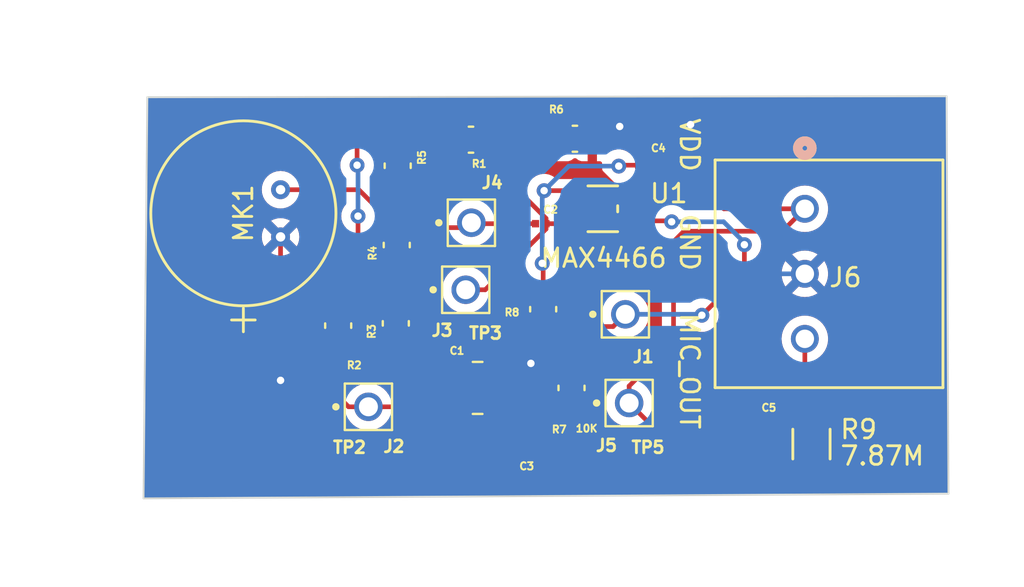
<source format=kicad_pcb>
(kicad_pcb (version 20221018) (generator pcbnew)
  (layers (0 "F.Cu" signal) (31 "B.Cu" signal) (34 "B.Paste" user) (35 "F.Paste" user) (36 "B.SilkS" user "B.Silkscreen") (37 "F.SilkS" user "F.Silkscreen") (38 "B.Mask" user) (39 "F.Mask" user) (44 "Edge.Cuts" user))
  (net 0 "")
  (net 1 "/TP4")
  (net 2 "/TP3")
  (net 3 "/TP1")
  (net 4 "/TP5")
  (net 5 "Mic Out")
  (net 6 "GND")
  (net 7 "/TP2")
  (net 8 "VDD")
  (net 9 "Net-(R1-Pad2)")
  (net 10 "Net-(R3-Pad2)")
  (net 11 "Net-(C3-Pad1)")
  (footprint "Library:RES_R1206_ROM-M" (layer "F.Cu") (at 181.0004 84.709 90)
    (fp_text reference "R9" (at 0.7874 2.54 unlocked) (layer "F.SilkS"))
    (fp_text value "7.87M" (at -0.635 3.81 unlocked) (layer "F.SilkS"))
    (fp_line (start -0.800751 1.002) (end 0.800751 1.002) (stroke (width 0.1524)) (layer "F.SilkS"))
    (fp_line (start 0.800751 -1.002) (end -0.800751 -1.002) (stroke (width 0.1524)) (layer "F.SilkS"))
    (pad "1" smd rect (at -1.5494 0 90) (size 0.8636 1.8008) (layers "F.Cu" "F.Paste" "F.Mask") (net 4 "/TP5"))
    (pad "2" smd rect (at 1.5494 0 90) (size 0.8636 1.8008) (layers "F.Cu" "F.Paste" "F.Mask") (net 5 "Mic Out"))
    (zone (net 0) (net_name "") (layer "F.Cu") (connect_pads (clearance 0)) (min_thickness 0.254)
      (keepout (tracks not_allowed) (vias not_allowed) (pads allowed) (copperpour not_allowed) (footprints allowed))
      (fill (thermal_gap 0.508) (thermal_bridge_width 0.508))
      (polygon (pts (xy 180.1762 85.7758) (xy 180.1762 83.6422) (xy 181.8246 83.6422) (xy 181.8246 85.7758)))
    )
  )
  (footprint "Library:RESC2012X60N" (layer "F.Cu") (at 168.2798 68.2752)
    (fp_text reference "R6" (at -0.9954 -1.5748) (layer "F.SilkS") (effects (font (size 0.393701 0.393701) (thickness 0.098425))))
    (fp_text value "1.8M")
    (fp_line (start -0.12 -0.7) (end 0.12 -0.7) (stroke (width 0.127)) (layer "F.SilkS"))
    (fp_line (start -0.12 0.7) (end 0.12 0.7) (stroke (width 0.127)) (layer "F.SilkS"))
    (pad "1" smd rect (at -0.935 0) (size 1 1.42) (layers "F.Cu" "F.Paste" "F.Mask") (net 2 "/TP3"))
    (pad "2" smd rect (at 0.935 0) (size 1 1.42) (layers "F.Cu" "F.Paste" "F.Mask") (net 6 "GND"))
  )
  (footprint "Library:RESC2012X60N" (layer "F.Cu") (at 162.6918 68.326 180)
    (fp_text reference "R1" (at -0.44 -1.3) (layer "F.SilkS") (effects (font (size 0.393701 0.393701))))
    (fp_text value "1k")
    (fp_line (start -0.12 -0.7) (end 0.12 -0.7) (stroke (width 0.127)) (layer "F.SilkS"))
    (fp_line (start -0.12 0.7) (end 0.12 0.7) (stroke (width 0.127)) (layer "F.SilkS"))
    (pad "1" smd rect (at -0.935 0 180) (size 1 1.42) (layers "F.Cu" "F.Paste" "F.Mask") (net 8 "VDD"))
    (pad "2" smd rect (at 0.935 0 180) (size 1 1.42) (layers "F.Cu" "F.Paste" "F.Mask") (net 9 "Net-(R1-Pad2)"))
  )
  (footprint "Library:CONN_1984976_PXC" (layer "F.Cu") (at 180.6448 72.044799 -90)
    (fp_text reference "J6" (at 3.698001 -2.1844 unlocked) (layer "F.SilkS"))
    (fp_text value "VDD   GND   MIC_OUT" (at 3.494801 6.1976 -90 unlocked) (layer "F.SilkS"))
    (fp_circle (center -3.261999 0) (end -2.880999 0) (stroke (width 0.508)) (fill none) (layer "B.SilkS"))
    (fp_line (start -2.626997 -7.427001) (end -2.626997 4.826998) (stroke (width 0.1524)) (layer "F.SilkS"))
    (fp_line (start -2.626997 4.826998) (end 9.626999 4.826998) (stroke (width 0.1524)) (layer "F.SilkS"))
    (fp_line (start 9.626999 -7.427001) (end -2.626997 -7.427001) (stroke (width 0.1524)) (layer "F.SilkS"))
    (fp_line (start 9.626999 4.826998) (end 9.626999 -7.427001) (stroke (width 0.1524)) (layer "F.SilkS"))
    (fp_circle (center -3.261999 0) (end -2.880999 0) (stroke (width 0.508)) (fill none) (layer "F.SilkS"))
    (pad "1" thru_hole circle (at 0 0 270) (size 1.4986 1.4986) (drill 0.9906) (layers "*.Cu" "*.Mask") (net 8 "VDD"))
    (pad "2" thru_hole circle (at 3.500001 0 270) (size 1.4986 1.4986) (drill 0.9906) (layers "*.Cu" "*.Mask") (net 6 "GND"))
    (pad "3" thru_hole circle (at 7.000001 0 270) (size 1.4986 1.4986) (drill 0.9906) (layers "*.Cu" "*.Mask") (net 5 "Mic Out"))
  )
  (footprint "Library:RESC2012X60N" (layer "F.Cu") (at 155.5496 78.3336 -90)
    (fp_text reference "R2" (at 2.1336 -0.8636 -180) (layer "F.SilkS") (effects (font (size 0.393701 0.393701) (thickness 0.098425))))
    (fp_text value "100")
    (fp_line (start -0.12 -0.7) (end 0.12 -0.7) (stroke (width 0.127)) (layer "F.SilkS"))
    (fp_line (start -0.12 0.7) (end 0.12 0.7) (stroke (width 0.127)) (layer "F.SilkS"))
    (pad "1" smd rect (at -0.935 0 270) (size 1 1.42) (layers "F.Cu" "F.Paste" "F.Mask") (net 9 "Net-(R1-Pad2)"))
    (pad "2" smd rect (at 0.935 0 270) (size 1 1.42) (layers "F.Cu" "F.Paste" "F.Mask") (net 7 "/TP2"))
  )
  (footprint "Library:RESC2012X60N" (layer "F.Cu") (at 158.6992 73.995 90)
    (fp_text reference "R4" (at -0.44 -1.3 90) (layer "F.SilkS") (effects (font (size 0.393701 0.393701))))
    (fp_text value "100")
    (fp_line (start -0.12 -0.7) (end 0.12 -0.7) (stroke (width 0.127)) (layer "F.SilkS"))
    (fp_line (start -0.12 0.7) (end 0.12 0.7) (stroke (width 0.127)) (layer "F.SilkS"))
    (pad "1" smd rect (at -0.935 0 90) (size 1 1.42) (layers "F.Cu" "F.Paste" "F.Mask") (net 10 "Net-(R3-Pad2)"))
    (pad "2" smd rect (at 0.935 0 90) (size 1 1.42) (layers "F.Cu" "F.Paste" "F.Mask") (net 1 "/TP4"))
  )
  (footprint "Library:ADAM-TECH_PH1-01-UA" (layer "F.Cu") (at 171.196 82.4992)
    (fp_text reference "J5" (at -1.2192 2.286) (layer "F.SilkS") (effects (font (size 0.64 0.64))))
    (fp_text value "TP5" (at 1.016 2.3876) (layer "F.SilkS") (effects (font (size 0.64 0.64))))
    (fp_line (start -1.27 -1.25) (end -1.27 1.25) (stroke (width 0.127)) (layer "F.SilkS"))
    (fp_line (start -1.27 1.25) (end 1.27 1.25) (stroke (width 0.127)) (layer "F.SilkS"))
    (fp_line (start 1.27 -1.25) (end -1.27 -1.25) (stroke (width 0.127)) (layer "F.SilkS"))
    (fp_line (start 1.27 1.25) (end 1.27 -1.25) (stroke (width 0.127)) (layer "F.SilkS"))
    (fp_circle (center -1.75 0) (end -1.65 0) (stroke (width 0.2)) (fill none) (layer "F.SilkS"))
    (pad "1" thru_hole circle (at 0 0) (size 1.53 1.53) (drill 1.02) (layers "*.Cu" "*.Mask") (net 4 "/TP5"))
  )
  (footprint "Library:ADAM-TECH_PH1-01-UA" (layer "F.Cu") (at 162.4076 76.4032)
    (fp_text reference "J3" (at -1.27 2.1844) (layer "F.SilkS") (effects (font (size 0.64 0.64))))
    (fp_text value "TP3" (at 1.0668 2.3368) (layer "F.SilkS") (effects (font (size 0.64 0.64))))
    (fp_line (start -1.27 -1.25) (end -1.27 1.25) (stroke (width 0.127)) (layer "F.SilkS"))
    (fp_line (start -1.27 1.25) (end 1.27 1.25) (stroke (width 0.127)) (layer "F.SilkS"))
    (fp_line (start 1.27 -1.25) (end -1.27 -1.25) (stroke (width 0.127)) (layer "F.SilkS"))
    (fp_line (start 1.27 1.25) (end 1.27 -1.25) (stroke (width 0.127)) (layer "F.SilkS"))
    (fp_circle (center -1.75 0) (end -1.65 0) (stroke (width 0.2)) (fill none) (layer "F.SilkS"))
    (pad "1" thru_hole circle (at 0 0) (size 1.53 1.53) (drill 1.02) (layers "*.Cu" "*.Mask") (net 2 "/TP3"))
  )
  (footprint "Library:RESC2012X60N" (layer "F.Cu") (at 166.5732 77.4494 90)
    (fp_text reference "R8" (at -0.173 -1.6764 180) (layer "F.SilkS") (effects (font (size 0.393701 0.393701))))
    (fp_text value "499k")
    (fp_line (start -0.12 -0.7) (end 0.12 -0.7) (stroke (width 0.127)) (layer "F.SilkS"))
    (fp_line (start -0.12 0.7) (end 0.12 0.7) (stroke (width 0.127)) (layer "F.SilkS"))
    (pad "1" smd rect (at -0.935 0 90) (size 1 1.42) (layers "F.Cu" "F.Paste" "F.Mask") (net 3 "/TP1"))
    (pad "2" smd rect (at 0.935 0 90) (size 1 1.42) (layers "F.Cu" "F.Paste" "F.Mask") (net 4 "/TP5"))
  )
  (footprint "Library:ADAM-TECH_PH1-01-UA" (layer "F.Cu") (at 157.1752 82.7024)
    (fp_text reference "J2" (at 1.3716 2.1336) (layer "F.SilkS") (effects (font (size 0.64 0.64))))
    (fp_text value "TP2" (at -1.016 2.1844) (layer "F.SilkS") (effects (font (size 0.64 0.64))))
    (fp_line (start -1.27 -1.25) (end -1.27 1.25) (stroke (width 0.127)) (layer "F.SilkS"))
    (fp_line (start -1.27 1.25) (end 1.27 1.25) (stroke (width 0.127)) (layer "F.SilkS"))
    (fp_line (start 1.27 -1.25) (end -1.27 -1.25) (stroke (width 0.127)) (layer "F.SilkS"))
    (fp_line (start 1.27 1.25) (end 1.27 -1.25) (stroke (width 0.127)) (layer "F.SilkS"))
    (fp_circle (center -1.75 0) (end -1.65 0) (stroke (width 0.2)) (fill none) (layer "F.SilkS"))
    (pad "1" thru_hole circle (at 0 0) (size 1.53 1.53) (drill 1.02) (layers "*.Cu" "*.Mask") (net 7 "/TP2"))
  )
  (footprint "Library:RESC2012X60N" (layer "F.Cu") (at 158.6484 78.2114 90)
    (fp_text reference "R3" (at -0.44 -1.3 90) (layer "F.SilkS") (effects (font (size 0.393701 0.393701))))
    (fp_text value "1k")
    (fp_line (start -0.12 -0.7) (end 0.12 -0.7) (stroke (width 0.127)) (layer "F.SilkS"))
    (fp_line (start -0.12 0.7) (end 0.12 0.7) (stroke (width 0.127)) (layer "F.SilkS"))
    (pad "1" smd rect (at -0.935 0 90) (size 1 1.42) (layers "F.Cu" "F.Paste" "F.Mask") (net 7 "/TP2"))
    (pad "2" smd rect (at 0.935 0 90) (size 1 1.42) (layers "F.Cu" "F.Paste" "F.Mask") (net 10 "Net-(R3-Pad2)"))
  )
  (footprint "Library:Mic_Op_Amp" (layer "F.Cu") (at 169.77995 72.044801)
    (fp_text reference "U1" (at 3.54965 -0.823201 unlocked) (layer "F.SilkS"))
    (fp_text value "MAX4466" (at 0.04445 2.652001 unlocked) (layer "F.SilkS"))
    (fp_line (start -0.8001 1.2319) (end 0.8001 1.2319) (stroke (width 0.1524)) (layer "F.SilkS"))
    (fp_line (start 0.8001 -1.2319) (end -0.8001 -1.2319) (stroke (width 0.1524)) (layer "F.SilkS"))
    (fp_line (start 0.8001 0.164859) (end 0.8001 -0.164859) (stroke (width 0.1524)) (layer "F.SilkS"))
    (pad "1" smd rect (at -1.21285 -0.649999) (size 1.0795 0.3048) (layers "F.Cu" "F.Paste" "F.Mask") (net 4 "/TP5"))
    (pad "2" smd rect (at -1.21285 0) (size 1.0795 0.3048) (layers "F.Cu" "F.Paste" "F.Mask") (net 8 "VDD"))
    (pad "3" smd rect (at -1.21285 0.649999) (size 1.0795 0.3048) (layers "F.Cu" "F.Paste" "F.Mask") (net 2 "/TP3"))
    (pad "4" smd rect (at 1.21285 0.649999) (size 1.0795 0.3048) (layers "F.Cu" "F.Paste" "F.Mask") (net 3 "/TP1"))
    (pad "5" smd rect (at 1.21285 -0.649999) (size 1.0795 0.3048) (layers "F.Cu" "F.Paste" "F.Mask") (net 6 "GND"))
  )
  (footprint "Library:CAPC0603X33N" (layer "F.Cu") (at 166.4446 72.8472)
    (fp_text reference "C2" (at 0.53 -0.76) (layer "F.SilkS") (effects (font (size 0.393701 0.393701))))
    (fp_text value "12n")
    (pad "1" smd rect (at -0.281 0) (size 0.38 0.4) (layers "F.Cu" "F.Paste" "F.Mask") (net 1 "/TP4"))
    (pad "2" smd rect (at 0.281 0) (size 0.38 0.4) (layers "F.Cu" "F.Paste" "F.Mask") (net 2 "/TP3"))
  )
  (footprint "Library:CAPC0603X33N" (layer "F.Cu") (at 166.2176 85.1408 180)
    (fp_text reference "C3" (at 0.53 -0.76) (layer "F.SilkS") (effects (font (size 0.393701 0.393701))))
    (fp_text value "1u")
    (pad "1" smd rect (at -0.281 0 180) (size 0.38 0.4) (layers "F.Cu" "F.Paste" "F.Mask") (net 11 "Net-(C3-Pad1)"))
    (pad "2" smd rect (at 0.281 0 180) (size 0.38 0.4) (layers "F.Cu" "F.Paste" "F.Mask") (net 6 "GND"))
  )
  (footprint "Library:CAPC0603X33N" (layer "F.Cu") (at 177.6714 83.7184 180)
    (fp_text reference "C5" (at -1.0398 0.9652) (layer "F.SilkS") (effects (font (size 0.393701 0.393701))))
    (fp_text value "1p")
    (pad "1" smd rect (at -0.281 0 180) (size 0.38 0.4) (layers "F.Cu" "F.Paste" "F.Mask") (net 5 "Mic Out"))
    (pad "2" smd rect (at 0.281 0 180) (size 0.38 0.4) (layers "F.Cu" "F.Paste" "F.Mask") (net 6 "GND"))
  )
  (footprint "Library:ADAM-TECH_PH1-01-UA" (layer "F.Cu") (at 162.7124 72.7964)
    (fp_text reference "J4" (at 1.1176 -2.1564) (layer "F.SilkS") (effects (font (size 0.64 0.64))))
    (fp_text value "TP4")
    (fp_line (start -1.27 -1.25) (end -1.27 1.25) (stroke (width 0.127)) (layer "F.SilkS"))
    (fp_line (start -1.27 1.25) (end 1.27 1.25) (stroke (width 0.127)) (layer "F.SilkS"))
    (fp_line (start 1.27 -1.25) (end -1.27 -1.25) (stroke (width 0.127)) (layer "F.SilkS"))
    (fp_line (start 1.27 1.25) (end 1.27 -1.25) (stroke (width 0.127)) (layer "F.SilkS"))
    (fp_circle (center -1.75 0) (end -1.65 0) (stroke (width 0.2)) (fill none) (layer "F.SilkS"))
    (pad "1" thru_hole circle (at 0 0) (size 1.53 1.53) (drill 1.02) (layers "*.Cu" "*.Mask") (net 1 "/TP4"))
  )
  (footprint "Library:RESC2012X60N" (layer "F.Cu") (at 168.0972 81.6864 -90)
    (fp_text reference "R7" (at 2.2352 0.6604) (layer "F.SilkS") (effects (font (size 0.393701 0.393701) (thickness 0.098425))))
    (fp_text value "10K" (at 2.1844 -0.8128) (layer "F.SilkS") (effects (font (size 0.393701 0.393701) (thickness 0.098425))))
    (fp_line (start -0.12 -0.7) (end 0.12 -0.7) (stroke (width 0.127)) (layer "F.SilkS"))
    (fp_line (start -0.12 0.7) (end 0.12 0.7) (stroke (width 0.127)) (layer "F.SilkS"))
    (pad "1" smd rect (at -0.935 0 270) (size 1 1.42) (layers "F.Cu" "F.Paste" "F.Mask") (net 3 "/TP1"))
    (pad "2" smd rect (at 0.935 0 270) (size 1 1.42) (layers "F.Cu" "F.Paste" "F.Mask") (net 11 "Net-(C3-Pad1)"))
  )
  (footprint "Library:CAPC3225X280N" (layer "F.Cu") (at 163.0478 81.6864)
    (fp_text reference "C1" (at -1.11 -2) (layer "F.SilkS") (effects (font (size 0.393701 0.393701))))
    (fp_text value "330u")
    (fp_line (start -0.26 -1.4) (end 0.26 -1.4) (stroke (width 0.127)) (layer "F.SilkS"))
    (fp_line (start -0.26 1.4) (end 0.26 1.4) (stroke (width 0.127)) (layer "F.SilkS"))
    (pad "1" smd rect (at -1.341 0) (size 1.53 2.81) (layers "F.Cu" "F.Paste" "F.Mask") (net 7 "/TP2"))
    (pad "2" smd rect (at 1.341 0) (size 1.53 2.81) (layers "F.Cu" "F.Paste" "F.Mask") (net 6 "GND"))
  )
  (footprint "Library:CAPC0603X33N" (layer "F.Cu") (at 171.9818 69.6976 180)
    (fp_text reference "C4" (at -0.789 0.9144) (layer "F.SilkS") (effects (font (size 0.393701 0.393701) (thickness 0.098425))))
    (fp_text value "100p")
    (pad "1" smd rect (at -0.281 0 180) (size 0.38 0.4) (layers "F.Cu" "F.Paste" "F.Mask") (net 3 "/TP1"))
    (pad "2" smd rect (at 0.281 0 180) (size 0.38 0.4) (layers "F.Cu" "F.Paste" "F.Mask") (net 4 "/TP5"))
  )
  (footprint "Library:RESC2012X60N" (layer "F.Cu") (at 158.75 69.7278 -90)
    (fp_text reference "R5" (at -0.44 -1.3 90) (layer "F.SilkS") (effects (font (size 0.393701 0.393701))))
    (fp_text value "1M")
    (fp_line (start -0.12 -0.7) (end 0.12 -0.7) (stroke (width 0.127)) (layer "F.SilkS"))
    (fp_line (start -0.12 0.7) (end 0.12 0.7) (stroke (width 0.127)) (layer "F.SilkS"))
    (pad "1" smd rect (at -0.935 0 270) (size 1 1.42) (layers "F.Cu" "F.Paste" "F.Mask") (net 8 "VDD"))
    (pad "2" smd rect (at 0.935 0 270) (size 1 1.42) (layers "F.Cu" "F.Paste" "F.Mask") (net 2 "/TP3"))
  )
  (footprint "Library:ADAM-TECH_PH1-01-UA" (layer "F.Cu") (at 170.9928 77.724)
    (fp_text reference "J1" (at 0.9652 2.286) (layer "F.SilkS") (effects (font (size 0.64 0.64))))
    (fp_text value "TP1")
    (fp_line (start -1.27 -1.25) (end -1.27 1.25) (stroke (width 0.127)) (layer "F.SilkS"))
    (fp_line (start -1.27 1.25) (end 1.27 1.25) (stroke (width 0.127)) (layer "F.SilkS"))
    (fp_line (start 1.27 -1.25) (end -1.27 -1.25) (stroke (width 0.127)) (layer "F.SilkS"))
    (fp_line (start 1.27 1.25) (end 1.27 -1.25) (stroke (width 0.127)) (layer "F.SilkS"))
    (fp_circle (center -1.75 0) (end -1.65 0) (stroke (width 0.2)) (fill none) (layer "F.SilkS"))
    (pad "1" thru_hole circle (at 0 0) (size 1.53 1.53) (drill 1.02) (layers "*.Cu" "*.Mask") (net 3 "/TP1"))
  )
  (footprint "Library:CMA_CUI_9P7X9P7_CUD" (layer "F.Cu") (at 150.4508 73.5584 90)
    (fp_text reference "MK1" (at 1.27 0 90 unlocked) (layer "F.SilkS"))
    (fp_text value "MIC")
    (fp_line (start -5.1054 0) (end -3.8354 0) (stroke (width 0.1524)) (layer "F.SilkS"))
    (fp_line (start -4.4704 -0.635) (end -4.4704 0.635) (stroke (width 0.1524)) (layer "F.SilkS"))
    (fp_circle (center 1.27 0) (end 6.2484 0) (stroke (width 0.1524)) (fill none) (layer "F.SilkS"))
    (pad "1" thru_hole circle (at 0 2 90) (size 1.016 1.016) (drill 0.508) (layers "*.Cu" "*.Mask") (net 6 "GND"))
    (pad "2" thru_hole circle (at 2.54 2 90) (size 1.016 1.016) (drill 0.508) (layers "*.Cu" "*.Mask") (net 1 "/TP4"))
  )
  (gr_line (start 188.3664 87.376) (end 145.0848 87.63) (stroke (width 0.1)) (layer "Edge.Cuts"))
  (gr_line (start 145.288 66.04) (end 188.2648 65.9892) (stroke (width 0.1)) (layer "Edge.Cuts"))
  (gr_line (start 188.2648 65.9892) (end 188.3664 87.376) (stroke (width 0.1)) (layer "Edge.Cuts"))
  (gr_line (start 145.0848 87.63) (end 145.288 66.04) (stroke (width 0.1)) (layer "Edge.Cuts"))
  (segment (start 158.6992 73.06) (end 162.4488 73.06) (width 0.25) (layer "F.Cu") (net 1))
  (segment (start 162.7632 72.8472) (end 162.7124 72.7964) (width 0.25) (layer "F.Cu") (net 1))
  (segment (start 152.4508 71.0184) (end 156.6576 71.0184) (width 0.25) (layer "F.Cu") (net 1))
  (segment (start 162.4488 73.06) (end 162.7124 72.7964) (width 0.25) (layer "F.Cu") (net 1))
  (segment (start 156.6576 71.0184) (end 158.6992 73.06) (width 0.25) (layer "F.Cu") (net 1))
  (segment (start 166.1636 72.8472) (end 162.7632 72.8472) (width 0.25) (layer "F.Cu") (net 1))
  (segment (start 166.6748 68.2752) (end 165.2016 69.7484) (width 0.25) (layer "F.Cu") (net 2))
  (segment (start 166.7256 73.13482) (end 166.7256 72.8472) (width 0.25) (layer "F.Cu") (net 2))
  (segment (start 158.75 70.6628) (end 165.1 70.6628) (width 0.25) (layer "F.Cu") (net 2))
  (segment (start 165.2016 69.7484) (end 165.2016 70.5612) (width 0.25) (layer "F.Cu") (net 2))
  (segment (start 166.7256 72.55958) (end 166.7256 72.8472) (width 0.25) (layer "F.Cu") (net 2))
  (segment (start 167.3448 68.2752) (end 166.6748 68.2752) (width 0.25) (layer "F.Cu") (net 2))
  (segment (start 168.4147 72.8472) (end 168.5671 72.6948) (width 0.25) (layer "F.Cu") (net 2))
  (segment (start 165.1 70.6628) (end 165.2016 70.5612) (width 0.25) (layer "F.Cu") (net 2))
  (segment (start 162.4076 76.4032) (end 163.45722 76.4032) (width 0.25) (layer "F.Cu") (net 2))
  (segment (start 165.2016 70.5612) (end 165.2016 71.03558) (width 0.25) (layer "F.Cu") (net 2))
  (segment (start 163.45722 76.4032) (end 166.7256 73.13482) (width 0.25) (layer "F.Cu") (net 2))
  (segment (start 166.7256 72.8472) (end 168.4147 72.8472) (width 0.25) (layer "F.Cu") (net 2))
  (segment (start 165.2016 71.03558) (end 166.7256 72.55958) (width 0.25) (layer "F.Cu") (net 2))
  (segment (start 172.2628 69.6976) (end 172.2628 71.4248) (width 0.25) (layer "F.Cu") (net 3))
  (segment (start 177.3936 75.4888) (end 175.1076 77.7748) (width 0.25) (layer "F.Cu") (net 3))
  (segment (start 170.9928 72.6948) (end 173.4312 72.6948) (width 0.25) (layer "F.Cu") (net 3))
  (segment (start 173.4312 72.6948) (end 173.482 72.7456) (width 0.25) (layer "F.Cu") (net 3))
  (segment (start 168.0972 78.4352) (end 168.0464 78.3844) (width 0.25) (layer "F.Cu") (net 3))
  (segment (start 172.2628 71.4248) (end 170.9928 72.6948) (width 0.25) (layer "F.Cu") (net 3))
  (segment (start 170.3324 78.3844) (end 170.9928 77.724) (width 0.25) (layer "F.Cu") (net 3))
  (segment (start 168.0464 78.3844) (end 170.3324 78.3844) (width 0.25) (layer "F.Cu") (net 3))
  (segment (start 168.0972 80.7514) (end 168.0972 78.4352) (width 0.25) (layer "F.Cu") (net 3))
  (segment (start 177.3936 73.9781) (end 177.3936 75.4888) (width 0.25) (layer "F.Cu") (net 3))
  (segment (start 166.5732 78.3844) (end 168.0464 78.3844) (width 0.25) (layer "F.Cu") (net 3))
  (via (at 173.482 72.7456) (size 0.8) (drill 0.4) (layers "F.Cu" "B.Cu") (net 3))
  (via (at 177.3936 73.9781) (size 0.8) (drill 0.4) (layers "F.Cu" "B.Cu") (net 3))
  (via (at 175.1076 77.7748) (size 0.8) (drill 0.4) (layers "F.Cu" "B.Cu") (net 3))
  (segment (start 175.1076 77.7748) (end 175.0568 77.724) (width 0.25) (layer "B.Cu") (net 3))
  (segment (start 177.3936 73.8632) (end 177.3936 73.9781) (width 0.25) (layer "B.Cu") (net 3))
  (segment (start 175.0568 77.724) (end 170.9928 77.724) (width 0.25) (layer "B.Cu") (net 3))
  (segment (start 173.482 72.7456) (end 176.276 72.7456) (width 0.25) (layer "B.Cu") (net 3))
  (segment (start 176.276 72.7456) (end 177.3936 73.8632) (width 0.25) (layer "B.Cu") (net 3))
  (segment (start 166.5732 75.0316) (end 166.5224 74.9808) (width 0.25) (layer "F.Cu") (net 4))
  (segment (start 171.196 81.5848) (end 173.5836 79.1972) (width 0.25) (layer "F.Cu") (net 4))
  (segment (start 168.241498 71.0692) (end 168.5671 71.394802) (width 0.25) (layer "F.Cu") (net 4))
  (segment (start 166.5732 76.5144) (end 166.5732 75.0316) (width 0.25) (layer "F.Cu") (net 4))
  (segment (start 173.5836 76.0476) (end 173.2788 75.7428) (width 0.25) (layer "F.Cu") (net 4))
  (segment (start 167.3956 75.692) (end 166.5732 76.5144) (width 0.25) (layer "F.Cu") (net 4))
  (segment (start 166.624 71.0692) (end 168.241498 71.0692) (width 0.25) (layer "F.Cu") (net 4))
  (segment (start 171.196 82.4992) (end 171.196 81.5848) (width 0.25) (layer "F.Cu") (net 4))
  (segment (start 174.9552 86.2584) (end 171.196 82.4992) (width 0.25) (layer "F.Cu") (net 4))
  (segment (start 171.7008 69.6976) (end 170.688 69.6976) (width 0.25) (layer "F.Cu") (net 4))
  (segment (start 173.2788 75.7428) (end 167.894 75.7428) (width 0.25) (layer "F.Cu") (net 4))
  (segment (start 181.0004 86.2584) (end 174.9552 86.2584) (width 0.25) (layer "F.Cu") (net 4))
  (segment (start 173.5836 79.1972) (end 173.5836 76.0476) (width 0.25) (layer "F.Cu") (net 4))
  (segment (start 167.8432 75.692) (end 167.3956 75.692) (width 0.25) (layer "F.Cu") (net 4))
  (segment (start 167.894 75.7428) (end 167.8432 75.692) (width 0.25) (layer "F.Cu") (net 4))
  (segment (start 170.688 69.6976) (end 170.6372 69.7484) (width 0.25) (layer "F.Cu") (net 4))
  (via (at 170.6372 69.7484) (size 0.8) (drill 0.4) (layers "F.Cu" "B.Cu") (net 4))
  (via (at 166.5224 74.9808) (size 0.8) (drill 0.4) (layers "F.Cu" "B.Cu") (net 4))
  (via (at 166.624 71.0692) (size 0.8) (drill 0.4) (layers "F.Cu" "B.Cu") (net 4))
  (segment (start 170.6372 69.7484) (end 167.9448 69.7484) (width 0.25) (layer "B.Cu") (net 4))
  (segment (start 166.5224 74.9808) (end 166.5224 71.1708) (width 0.25) (layer "B.Cu") (net 4))
  (segment (start 167.9448 69.7484) (end 166.624 71.0692) (width 0.25) (layer "B.Cu") (net 4))
  (segment (start 166.5224 71.1708) (end 166.624 71.0692) (width 0.25) (layer "B.Cu") (net 4))
  (segment (start 180.482022 83.1596) (end 179.923222 83.7184) (width 0.25) (layer "F.Cu") (net 5))
  (segment (start 180.6448 82.804) (end 181.0004 83.1596) (width 0.25) (layer "F.Cu") (net 5))
  (segment (start 179.923222 83.7184) (end 177.9524 83.7184) (width 0.25) (layer "F.Cu") (net 5))
  (segment (start 181.0004 83.1596) (end 180.482022 83.1596) (width 0.25) (layer "F.Cu") (net 5))
  (segment (start 180.6448 79.0448) (end 180.6448 82.804) (width 0.25) (layer "F.Cu") (net 5))
  (segment (start 177.3904 83.7184) (end 177.3904 78.7992) (width 0.25) (layer "F.Cu") (net 6))
  (segment (start 164.3888 81.6864) (end 165.7096 80.3656) (width 0.25) (layer "F.Cu") (net 6))
  (segment (start 169.2148 69.616802) (end 169.2148 68.2752) (width 0.25) (layer "F.Cu") (net 6))
  (segment (start 182.1688 67.6656) (end 182.0164 67.5132) (width 0.25) (layer "F.Cu") (net 6))
  (segment (start 182.1688 74.0208) (end 182.1688 67.6656) (width 0.25) (layer "F.Cu") (net 6))
  (segment (start 163.8808 84.328) (end 164.3888 83.82) (width 0.25) (layer "F.Cu") (net 6))
  (segment (start 152.4508 73.5584) (end 152.4508 81.28) (width 0.25) (layer "F.Cu") (net 6))
  (segment (start 165.7096 80.3656) (end 165.9128 80.3656) (width 0.25) (layer "F.Cu") (net 6))
  (segment (start 182.0164 67.5132) (end 174.498 67.5132) (width 0.25) (layer "F.Cu") (net 6))
  (segment (start 180.6448 75.5448) (end 182.1688 74.0208) (width 0.25) (layer "F.Cu") (net 6))
  (segment (start 170.688 67.6148) (end 169.8752 67.6148) (width 0.25) (layer "F.Cu") (net 6))
  (segment (start 170.9928 71.394802) (end 169.2148 69.616802) (width 0.25) (layer "F.Cu") (net 6))
  (segment (start 169.8752 67.6148) (end 169.2148 68.2752) (width 0.25) (layer "F.Cu") (net 6))
  (segment (start 164.3888 83.82) (end 164.3888 81.6864) (width 0.25) (layer "F.Cu") (net 6))
  (segment (start 164.6936 85.1408) (end 163.8808 84.328) (width 0.25) (layer "F.Cu") (net 6))
  (segment (start 177.3904 78.7992) (end 180.6448 75.5448) (width 0.25) (layer "F.Cu") (net 6))
  (segment (start 165.9366 85.1408) (end 164.6936 85.1408) (width 0.25) (layer "F.Cu") (net 6))
  (via (at 174.498 67.5132) (size 0.8) (drill 0.4) (layers "F.Cu" "B.Cu") (net 6))
  (via (at 165.9128 80.3656) (size 0.8) (drill 0.4) (layers "F.Cu" "B.Cu") (net 6))
  (via (at 152.4508 81.28) (size 0.8) (drill 0.4) (layers "F.Cu" "B.Cu") (net 6))
  (via (at 170.688 67.6148) (size 0.8) (drill 0.4) (layers "F.Cu" "B.Cu") (net 6))
  (segment (start 169.2708 75.5448) (end 180.6448 75.5448) (width 0.25) (layer "B.Cu") (net 6))
  (segment (start 168.9608 77.3176) (end 168.9608 75.2348) (width 0.25) (layer "B.Cu") (net 6))
  (segment (start 174.498 67.5132) (end 170.7896 67.5132) (width 0.25) (layer "B.Cu") (net 6))
  (segment (start 168.9608 75.2348) (end 169.2708 75.5448) (width 0.25) (layer "B.Cu") (net 6))
  (segment (start 152.4508 81.28) (end 164.9984 81.28) (width 0.25) (layer "B.Cu") (net 6))
  (segment (start 170.7896 67.5132) (end 170.688 67.6148) (width 0.25) (layer "B.Cu") (net 6))
  (segment (start 165.9128 80.3656) (end 168.9608 77.3176) (width 0.25) (layer "B.Cu") (net 6))
  (segment (start 164.9984 81.28) (end 165.9128 80.3656) (width 0.25) (layer "B.Cu") (net 6))
  (segment (start 158.6484 79.1464) (end 155.6718 79.1464) (width 0.25) (layer "F.Cu") (net 7))
  (segment (start 155.5496 82.1436) (end 156.1084 82.7024) (width 0.25) (layer "F.Cu") (net 7))
  (segment (start 155.5496 79.2686) (end 155.5496 82.1436) (width 0.25) (layer "F.Cu") (net 7))
  (segment (start 161.7068 81.6864) (end 160.6908 82.7024) (width 0.25) (layer "F.Cu") (net 7))
  (segment (start 156.1084 82.7024) (end 157.1752 82.7024) (width 0.25) (layer "F.Cu") (net 7))
  (segment (start 160.6908 82.7024) (end 157.1752 82.7024) (width 0.25) (layer "F.Cu") (net 7))
  (segment (start 155.6718 79.1464) (end 155.5496 79.2686) (width 0.25) (layer "F.Cu") (net 7))
  (segment (start 169.10685 72.044801) (end 168.5671 72.044801) (width 0.25) (layer "F.Cu") (net 8))
  (segment (start 179.435999 73.2536) (end 174.1424 73.2536) (width 0.25) (layer "F.Cu") (net 8))
  (segment (start 180.6448 72.044799) (end 179.435999 73.2536) (width 0.25) (layer "F.Cu") (net 8))
  (segment (start 180.6448 72.044799) (end 176.286399 72.044799) (width 0.25) (layer "F.Cu") (net 8))
  (segment (start 169.7228 72.660751) (end 169.10685 72.044801) (width 0.25) (layer "F.Cu") (net 8))
  (segment (start 169.7228 74.1172) (end 169.7228 72.660751) (width 0.25) (layer "F.Cu") (net 8))
  (segment (start 159.7756 68.7928) (end 160.7312 69.7484) (width 0.25) (layer "F.Cu") (net 8))
  (segment (start 176.286399 72.044799) (end 170.942 66.7004) (width 0.25) (layer "F.Cu") (net 8))
  (segment (start 173.2788 74.1172) (end 169.7228 74.1172) (width 0.25) (layer "F.Cu") (net 8))
  (segment (start 160.7312 69.7484) (end 163.4744 69.7484) (width 0.25) (layer "F.Cu") (net 8))
  (segment (start 174.1424 73.2536) (end 173.2788 74.1172) (width 0.25) (layer "F.Cu") (net 8))
  (segment (start 158.75 68.7928) (end 159.7756 68.7928) (width 0.25) (layer "F.Cu") (net 8))
  (segment (start 163.6268 68.326) (end 163.6268 67.3608) (width 0.25) (layer "F.Cu") (net 8))
  (segment (start 163.6268 67.3608) (end 164.2872 66.7004) (width 0.25) (layer "F.Cu") (net 8))
  (segment (start 163.6268 69.596) (end 163.6268 68.326) (width 0.25) (layer "F.Cu") (net 8))
  (segment (start 164.2872 66.7004) (end 170.942 66.7004) (width 0.25) (layer "F.Cu") (net 8))
  (segment (start 163.4744 69.7484) (end 163.6268 69.596) (width 0.25) (layer "F.Cu") (net 8))
  (segment (start 156.5656 69.6976) (end 156.5656 67.7164) (width 0.25) (layer "F.Cu") (net 9))
  (segment (start 161.1472 67.7164) (end 161.7568 68.326) (width 0.25) (layer "F.Cu") (net 9))
  (segment (start 156.6164 76.3318) (end 156.6164 72.4408) (width 0.25) (layer "F.Cu") (net 9))
  (segment (start 155.5496 77.3986) (end 156.6164 76.3318) (width 0.25) (layer "F.Cu") (net 9))
  (segment (start 156.5656 67.7164) (end 161.1472 67.7164) (width 0.25) (layer "F.Cu") (net 9))
  (via (at 156.5656 69.6976) (size 0.8) (drill 0.4) (layers "F.Cu" "B.Cu") (net 9))
  (via (at 156.6164 72.4408) (size 0.8) (drill 0.4) (layers "F.Cu" "B.Cu") (net 9))
  (segment (start 156.6164 69.7484) (end 156.5656 69.6976) (width 0.25) (layer "B.Cu") (net 9))
  (segment (start 156.6164 72.4408) (end 156.6164 69.7484) (width 0.25) (layer "B.Cu") (net 9))
  (segment (start 158.6484 77.2764) (end 158.6484 74.9808) (width 0.25) (layer "F.Cu") (net 10))
  (segment (start 158.6484 74.9808) (end 158.6992 74.93) (width 0.25) (layer "F.Cu") (net 10))
  (segment (start 166.4986 84.22) (end 166.4986 85.1408) (width 0.25) (layer "F.Cu") (net 11))
  (segment (start 168.0972 82.6214) (end 166.4986 84.22) (width 0.25) (layer "F.Cu") (net 11))
  (zone (net 6) (net_name "GND") (layers "F&B.Cu") (connect_pads (clearance 0.5)) (min_thickness 0.25) (fill yes (thermal_gap 0.5) (thermal_bridge_width 0.5))
    (polygon (pts (xy 144.526 61.468) (xy 192.4304 60.8076) (xy 192.1764 92.4052) (xy 137.3632 90.8812) (xy 141.8844 61.0108) (xy 145.288 61.5696) (xy 146.9644 61.3156)))
  )
)
</source>
